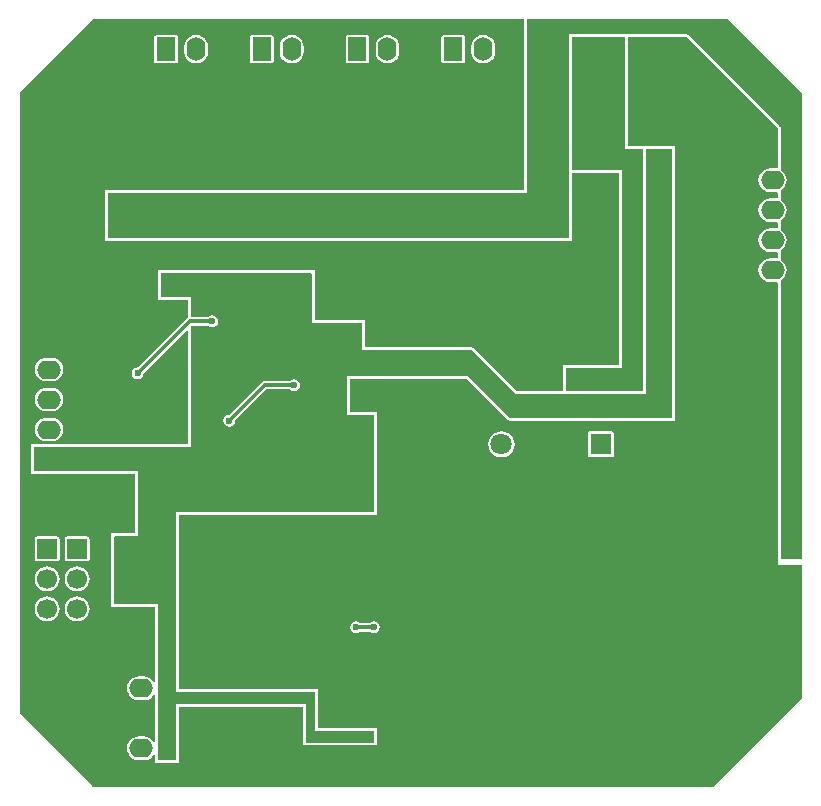
<source format=gbl>
G04 Layer_Physical_Order=2*
G04 Layer_Color=16711680*
%FSLAX44Y44*%
%MOMM*%
G71*
G01*
G75*
%ADD28C,0.3000*%
%ADD31C,1.8000*%
%ADD32R,1.8000X1.8000*%
G04:AMPARAMS|DCode=33|XSize=2mm|YSize=1.2mm|CornerRadius=0.3mm|HoleSize=0mm|Usage=FLASHONLY|Rotation=90.000|XOffset=0mm|YOffset=0mm|HoleType=Round|Shape=RoundedRectangle|*
%AMROUNDEDRECTD33*
21,1,2.0000,0.6000,0,0,90.0*
21,1,1.4000,1.2000,0,0,90.0*
1,1,0.6000,0.3000,0.7000*
1,1,0.6000,0.3000,-0.7000*
1,1,0.6000,-0.3000,-0.7000*
1,1,0.6000,-0.3000,0.7000*
%
%ADD33ROUNDEDRECTD33*%
%ADD34O,2.0000X1.6000*%
%ADD35O,1.6000X2.0000*%
%ADD36R,1.6000X2.0000*%
%ADD37R,1.7000X1.7000*%
%ADD38C,1.7000*%
%ADD39C,0.6000*%
G36*
X187500Y215000D02*
X202500Y215000D01*
Y10000D01*
X137500D01*
Y30000D01*
X185000Y30000D01*
Y197500D01*
X142500D01*
Y310000D01*
X187500Y310000D01*
X187500Y215000D01*
D02*
G37*
G36*
X102500Y180000D02*
X-252500D01*
X-252500Y137500D01*
X142500D01*
Y195000D01*
X182500D01*
Y32500D01*
X135000D01*
Y10000D01*
X95884D01*
X59442Y46442D01*
X58780Y46884D01*
X58000Y47039D01*
X57961D01*
X57500Y47500D01*
X-32500D01*
Y70000D01*
X-75000D01*
Y107042D01*
X-74973Y109069D01*
X-74974Y109075D01*
X-74973Y109082D01*
X-75000Y109224D01*
Y112500D01*
X-207500D01*
Y87500D01*
X-182500D01*
Y72207D01*
X-183523Y71523D01*
X-224957Y30089D01*
X-225000Y30098D01*
X-226951Y29710D01*
X-228605Y28605D01*
X-229710Y26951D01*
X-230098Y25000D01*
X-229710Y23049D01*
X-228605Y21395D01*
X-226951Y20290D01*
X-225000Y19902D01*
X-223049Y20290D01*
X-221395Y21395D01*
X-220290Y23049D01*
X-219902Y25000D01*
X-219911Y25043D01*
X-183673Y61280D01*
X-182500Y60794D01*
Y-35000D01*
X-315000D01*
Y-60000D01*
X-227500Y-60000D01*
X-227500Y-110000D01*
X-247500D01*
Y-172500D01*
X-210000D01*
X-210000Y-236292D01*
X-211265Y-236557D01*
X-212868Y-234468D01*
X-214957Y-232865D01*
X-217390Y-231857D01*
X-220000Y-231514D01*
X-224000D01*
X-226611Y-231857D01*
X-229043Y-232865D01*
X-231132Y-234468D01*
X-232735Y-236557D01*
X-233743Y-238990D01*
X-234086Y-241600D01*
X-233743Y-244210D01*
X-232735Y-246643D01*
X-231132Y-248732D01*
X-229043Y-250335D01*
X-226611Y-251343D01*
X-224000Y-251686D01*
X-220000D01*
X-217390Y-251343D01*
X-214957Y-250335D01*
X-212868Y-248732D01*
X-211265Y-246643D01*
X-210000Y-246908D01*
X-210000Y-287092D01*
X-211265Y-287357D01*
X-212868Y-285268D01*
X-214957Y-283665D01*
X-217390Y-282657D01*
X-220000Y-282314D01*
X-224000D01*
X-226611Y-282657D01*
X-229043Y-283665D01*
X-231132Y-285268D01*
X-232735Y-287357D01*
X-233743Y-289790D01*
X-234086Y-292400D01*
X-233743Y-295011D01*
X-232735Y-297443D01*
X-231132Y-299532D01*
X-229043Y-301135D01*
X-226611Y-302143D01*
X-224000Y-302486D01*
X-220000D01*
X-217390Y-302143D01*
X-214957Y-301135D01*
X-212868Y-299532D01*
X-211265Y-297443D01*
X-210000Y-297708D01*
Y-305000D01*
X-190000D01*
Y-257500D01*
X-85000D01*
Y-290000D01*
X-25000Y-290000D01*
X-22500Y-290000D01*
Y-275000D01*
X-72500D01*
Y-242500D01*
X-190000D01*
Y-95000D01*
X-22500D01*
X-22500Y-7500D01*
X-45000D01*
X-45000Y20000D01*
X54116D01*
X88058Y-13942D01*
X88720Y-14384D01*
X89500Y-14539D01*
X89539D01*
X90000Y-15000D01*
X230000D01*
Y217500D01*
X190000D01*
Y310000D01*
X240000D01*
X317500Y232500D01*
Y199573D01*
X316230Y198559D01*
X314500Y198786D01*
X310500D01*
X307889Y198443D01*
X305457Y197435D01*
X303368Y195832D01*
X301765Y193743D01*
X300757Y191311D01*
X300414Y188700D01*
X300757Y186089D01*
X301765Y183657D01*
X303368Y181568D01*
X305457Y179965D01*
X307889Y178957D01*
X310500Y178614D01*
X314500D01*
X316230Y178841D01*
X317500Y177827D01*
Y174172D01*
X316230Y173158D01*
X314500Y173386D01*
X310500D01*
X307889Y173043D01*
X305457Y172035D01*
X303368Y170432D01*
X301765Y168343D01*
X300757Y165910D01*
X300414Y163300D01*
X300757Y160690D01*
X301765Y158257D01*
X303368Y156168D01*
X305457Y154565D01*
X307889Y153557D01*
X310500Y153214D01*
X314500D01*
X316230Y153441D01*
X317500Y152427D01*
Y148772D01*
X316230Y147759D01*
X314500Y147986D01*
X310500D01*
X307889Y147643D01*
X305457Y146635D01*
X303368Y145032D01*
X301765Y142943D01*
X300757Y140511D01*
X300414Y137900D01*
X300757Y135289D01*
X301765Y132857D01*
X303368Y130768D01*
X305457Y129165D01*
X307889Y128157D01*
X310500Y127814D01*
X314500D01*
X316230Y128041D01*
X317500Y127027D01*
Y123372D01*
X316230Y122359D01*
X314500Y122586D01*
X310500D01*
X307889Y122243D01*
X305457Y121235D01*
X303368Y119632D01*
X301765Y117543D01*
X300757Y115111D01*
X300414Y112500D01*
X300757Y109889D01*
X301765Y107457D01*
X303368Y105368D01*
X305457Y103765D01*
X307889Y102757D01*
X310500Y102414D01*
X314500D01*
X316230Y102641D01*
X317500Y101627D01*
Y-137500D01*
X337500D01*
X337500Y-250000D01*
X262500Y-325000D01*
X-262500Y-325000D01*
X-325000Y-262500D01*
X-325000Y262500D01*
X-262500Y325000D01*
X102500Y325000D01*
X102500Y180000D01*
D02*
G37*
G36*
X275000Y325000D02*
X337500Y262500D01*
X337500Y-132500D01*
X320000Y-132500D01*
X320000Y104115D01*
X321632Y105368D01*
X323235Y107457D01*
X324243Y109889D01*
X324586Y112500D01*
X324243Y115111D01*
X323235Y117543D01*
X321632Y119632D01*
X320000Y120884D01*
Y129515D01*
X321632Y130768D01*
X323235Y132857D01*
X324243Y135289D01*
X324586Y137900D01*
X324243Y140511D01*
X323235Y142943D01*
X321632Y145032D01*
X320000Y146284D01*
Y154916D01*
X321632Y156168D01*
X323235Y158257D01*
X324243Y160690D01*
X324586Y163300D01*
X324243Y165910D01*
X323235Y168343D01*
X321632Y170432D01*
X320000Y171684D01*
Y180315D01*
X321632Y181568D01*
X323235Y183657D01*
X324243Y186089D01*
X324586Y188700D01*
X324243Y191311D01*
X323235Y193743D01*
X321632Y195832D01*
X320000Y197084D01*
Y232500D01*
X319425Y233075D01*
X319384Y233280D01*
X318942Y233942D01*
X318942Y233942D01*
X241442Y311442D01*
X240780Y311884D01*
X240575Y311925D01*
X240000Y312500D01*
X140000Y312500D01*
X140000Y140000D01*
X-250000Y140000D01*
X-250000Y177500D01*
X105000Y177500D01*
X105000Y325000D01*
X275000Y325000D01*
D02*
G37*
G36*
X227500Y-12500D02*
X89500Y-12500D01*
X54500Y22500D01*
X-25000Y22500D01*
X-25000Y22500D01*
X-47500D01*
Y-10000D01*
X-25000D01*
Y-92500D01*
X-192500Y-92500D01*
X-192500Y-245000D01*
X-75000Y-245000D01*
X-75000Y-277500D01*
X-25000D01*
X-25000Y-287500D01*
X-82500D01*
Y-255000D01*
X-192500D01*
X-192500Y-302500D01*
X-206616Y-302500D01*
X-207514Y-301602D01*
X-207492Y-170000D01*
X-245000Y-170000D01*
X-245000Y-113398D01*
X-244102Y-112500D01*
X-225000Y-112500D01*
X-225000Y-57500D01*
X-312500Y-57500D01*
Y-37500D01*
X-180000Y-37500D01*
X-180000Y64953D01*
X-179522Y65431D01*
X-165629D01*
X-165605Y65395D01*
X-163951Y64290D01*
X-162000Y63902D01*
X-160049Y64290D01*
X-158395Y65395D01*
X-157290Y67049D01*
X-156902Y69000D01*
X-157290Y70951D01*
X-158395Y72605D01*
X-160049Y73710D01*
X-162000Y74098D01*
X-163951Y73710D01*
X-165605Y72605D01*
X-165629Y72569D01*
X-180000D01*
Y90000D01*
X-205000Y90000D01*
X-205000Y110000D01*
X-77904Y110000D01*
X-77012Y109096D01*
X-77567Y67500D01*
X-35000D01*
X-35000Y45000D01*
X58000Y45000D01*
X95500Y7500D01*
X205000Y7500D01*
X205000Y215000D01*
X227500Y215000D01*
X227500Y-12500D01*
D02*
G37*
%LPC*%
G36*
X-267800Y-113061D02*
X-284800D01*
X-285580Y-113216D01*
X-286242Y-113658D01*
X-286684Y-114320D01*
X-286839Y-115100D01*
Y-132100D01*
X-286684Y-132880D01*
X-286242Y-133542D01*
X-285580Y-133984D01*
X-284800Y-134139D01*
X-267800D01*
X-267020Y-133984D01*
X-266358Y-133542D01*
X-265916Y-132880D01*
X-265761Y-132100D01*
Y-115100D01*
X-265916Y-114320D01*
X-266358Y-113658D01*
X-267020Y-113216D01*
X-267800Y-113061D01*
D02*
G37*
G36*
X-293200D02*
X-310200D01*
X-310980Y-113216D01*
X-311642Y-113658D01*
X-312084Y-114320D01*
X-312239Y-115100D01*
Y-132100D01*
X-312084Y-132880D01*
X-311642Y-133542D01*
X-310980Y-133984D01*
X-310200Y-134139D01*
X-293200D01*
X-292420Y-133984D01*
X-291758Y-133542D01*
X-291316Y-132880D01*
X-291161Y-132100D01*
Y-115100D01*
X-291316Y-114320D01*
X-291758Y-113658D01*
X-292420Y-113216D01*
X-293200Y-113061D01*
D02*
G37*
G36*
X-111900Y311539D02*
X-127900D01*
X-128680Y311384D01*
X-129342Y310942D01*
X-129784Y310280D01*
X-129939Y309500D01*
Y289500D01*
X-129784Y288720D01*
X-129342Y288058D01*
X-128680Y287616D01*
X-127900Y287461D01*
X-111900D01*
X-111120Y287616D01*
X-110458Y288058D01*
X-110016Y288720D01*
X-109861Y289500D01*
Y309500D01*
X-110016Y310280D01*
X-110458Y310942D01*
X-111120Y311384D01*
X-111900Y311539D01*
D02*
G37*
G36*
X176000Y-23961D02*
X158000D01*
X157220Y-24116D01*
X156558Y-24558D01*
X156116Y-25220D01*
X155961Y-26000D01*
Y-44000D01*
X156116Y-44780D01*
X156558Y-45442D01*
X157220Y-45884D01*
X158000Y-46039D01*
X176000D01*
X176780Y-45884D01*
X177442Y-45442D01*
X177884Y-44780D01*
X178039Y-44000D01*
Y-26000D01*
X177884Y-25220D01*
X177442Y-24558D01*
X176780Y-24116D01*
X176000Y-23961D01*
D02*
G37*
G36*
X83000Y-23905D02*
X80128Y-24283D01*
X77453Y-25391D01*
X75155Y-27155D01*
X73391Y-29453D01*
X72283Y-32128D01*
X71905Y-35000D01*
X72283Y-37872D01*
X73391Y-40547D01*
X75155Y-42845D01*
X77453Y-44608D01*
X80128Y-45717D01*
X83000Y-46095D01*
X85872Y-45717D01*
X88547Y-44608D01*
X90845Y-42845D01*
X92608Y-40547D01*
X93717Y-37872D01*
X94095Y-35000D01*
X93717Y-32128D01*
X92608Y-29453D01*
X90845Y-27155D01*
X88547Y-25391D01*
X85872Y-24283D01*
X83000Y-23905D01*
D02*
G37*
G36*
X-301700Y-163809D02*
X-304441Y-164170D01*
X-306995Y-165228D01*
X-309189Y-166911D01*
X-310872Y-169105D01*
X-311930Y-171659D01*
X-312291Y-174400D01*
X-311930Y-177141D01*
X-310872Y-179695D01*
X-309189Y-181889D01*
X-306995Y-183572D01*
X-304441Y-184630D01*
X-301700Y-184991D01*
X-298959Y-184630D01*
X-296405Y-183572D01*
X-294211Y-181889D01*
X-292528Y-179695D01*
X-291470Y-177141D01*
X-291109Y-174400D01*
X-291470Y-171659D01*
X-292528Y-169105D01*
X-294211Y-166911D01*
X-296405Y-165228D01*
X-298959Y-164170D01*
X-301700Y-163809D01*
D02*
G37*
G36*
X-40000Y-184902D02*
X-41951Y-185290D01*
X-43605Y-186395D01*
X-44710Y-188049D01*
X-45098Y-190000D01*
X-44710Y-191950D01*
X-43605Y-193604D01*
X-41951Y-194709D01*
X-40000Y-195098D01*
X-38049Y-194709D01*
X-36395Y-193604D01*
X-36371Y-193569D01*
X-28629D01*
X-28605Y-193605D01*
X-26951Y-194710D01*
X-25000Y-195098D01*
X-23049Y-194710D01*
X-21395Y-193605D01*
X-20290Y-191951D01*
X-19902Y-190000D01*
X-20290Y-188049D01*
X-21395Y-186395D01*
X-23049Y-185290D01*
X-25000Y-184902D01*
X-26951Y-185290D01*
X-28605Y-186395D01*
X-28629Y-186432D01*
X-36371D01*
X-36395Y-186395D01*
X-38049Y-185290D01*
X-40000Y-184902D01*
D02*
G37*
G36*
X-276300Y-163809D02*
X-279041Y-164170D01*
X-281595Y-165228D01*
X-283789Y-166911D01*
X-285472Y-169105D01*
X-286530Y-171659D01*
X-286891Y-174400D01*
X-286530Y-177141D01*
X-285472Y-179695D01*
X-283789Y-181889D01*
X-281595Y-183572D01*
X-279041Y-184630D01*
X-276300Y-184991D01*
X-273559Y-184630D01*
X-271005Y-183572D01*
X-268811Y-181889D01*
X-267128Y-179695D01*
X-266070Y-177141D01*
X-265709Y-174400D01*
X-266070Y-171659D01*
X-267128Y-169105D01*
X-268811Y-166911D01*
X-271005Y-165228D01*
X-273559Y-164170D01*
X-276300Y-163809D01*
D02*
G37*
G36*
Y-138409D02*
X-279041Y-138770D01*
X-281595Y-139828D01*
X-283789Y-141511D01*
X-285472Y-143705D01*
X-286530Y-146259D01*
X-286891Y-149000D01*
X-286530Y-151741D01*
X-285472Y-154295D01*
X-283789Y-156489D01*
X-281595Y-158172D01*
X-279041Y-159230D01*
X-276300Y-159591D01*
X-273559Y-159230D01*
X-271005Y-158172D01*
X-268811Y-156489D01*
X-267128Y-154295D01*
X-266070Y-151741D01*
X-265709Y-149000D01*
X-266070Y-146259D01*
X-267128Y-143705D01*
X-268811Y-141511D01*
X-271005Y-139828D01*
X-273559Y-138770D01*
X-276300Y-138409D01*
D02*
G37*
G36*
X-301700D02*
X-304441Y-138770D01*
X-306995Y-139828D01*
X-309189Y-141511D01*
X-310872Y-143705D01*
X-311930Y-146259D01*
X-312291Y-149000D01*
X-311930Y-151741D01*
X-310872Y-154295D01*
X-309189Y-156489D01*
X-306995Y-158172D01*
X-304441Y-159230D01*
X-301700Y-159591D01*
X-298959Y-159230D01*
X-296405Y-158172D01*
X-294211Y-156489D01*
X-292528Y-154295D01*
X-291470Y-151741D01*
X-291109Y-149000D01*
X-291470Y-146259D01*
X-292528Y-143705D01*
X-294211Y-141511D01*
X-296405Y-139828D01*
X-298959Y-138770D01*
X-301700Y-138409D01*
D02*
G37*
G36*
X-298000Y-12414D02*
X-302000D01*
X-304611Y-12757D01*
X-307043Y-13765D01*
X-309132Y-15368D01*
X-310735Y-17457D01*
X-311743Y-19890D01*
X-312086Y-22500D01*
X-311743Y-25110D01*
X-310735Y-27543D01*
X-309132Y-29632D01*
X-307043Y-31235D01*
X-304611Y-32243D01*
X-302000Y-32586D01*
X-298000D01*
X-295389Y-32243D01*
X-292957Y-31235D01*
X-290868Y-29632D01*
X-289265Y-27543D01*
X-288257Y-25110D01*
X-287914Y-22500D01*
X-288257Y-19890D01*
X-289265Y-17457D01*
X-290868Y-15368D01*
X-292957Y-13765D01*
X-295389Y-12757D01*
X-298000Y-12414D01*
D02*
G37*
G36*
X-175500Y311586D02*
X-178111Y311243D01*
X-180543Y310235D01*
X-182632Y308632D01*
X-184235Y306543D01*
X-185243Y304111D01*
X-185586Y301500D01*
Y297500D01*
X-185243Y294890D01*
X-184235Y292457D01*
X-182632Y290368D01*
X-180543Y288765D01*
X-178111Y287757D01*
X-175500Y287414D01*
X-172889Y287757D01*
X-170457Y288765D01*
X-168368Y290368D01*
X-166765Y292457D01*
X-165757Y294890D01*
X-165414Y297500D01*
Y301500D01*
X-165757Y304111D01*
X-166765Y306543D01*
X-168368Y308632D01*
X-170457Y310235D01*
X-172889Y311243D01*
X-175500Y311586D01*
D02*
G37*
G36*
X-192900Y311539D02*
X-208900D01*
X-209680Y311384D01*
X-210342Y310942D01*
X-210784Y310280D01*
X-210939Y309500D01*
Y289500D01*
X-210784Y288720D01*
X-210342Y288058D01*
X-209680Y287616D01*
X-208900Y287461D01*
X-192900D01*
X-192120Y287616D01*
X-191458Y288058D01*
X-191016Y288720D01*
X-190861Y289500D01*
Y309500D01*
X-191016Y310280D01*
X-191458Y310942D01*
X-192120Y311384D01*
X-192900Y311539D01*
D02*
G37*
G36*
X-13500Y311586D02*
X-16111Y311243D01*
X-18543Y310235D01*
X-20632Y308632D01*
X-22235Y306543D01*
X-23243Y304111D01*
X-23586Y301500D01*
Y297500D01*
X-23243Y294890D01*
X-22235Y292457D01*
X-20632Y290368D01*
X-18543Y288765D01*
X-16111Y287757D01*
X-13500Y287414D01*
X-10890Y287757D01*
X-8457Y288765D01*
X-6368Y290368D01*
X-4765Y292457D01*
X-3757Y294890D01*
X-3414Y297500D01*
Y301500D01*
X-3757Y304111D01*
X-4765Y306543D01*
X-6368Y308632D01*
X-8457Y310235D01*
X-10890Y311243D01*
X-13500Y311586D01*
D02*
G37*
G36*
X-94500Y311586D02*
X-97111Y311243D01*
X-99543Y310235D01*
X-101632Y308632D01*
X-103235Y306543D01*
X-104243Y304111D01*
X-104586Y301500D01*
Y297500D01*
X-104243Y294890D01*
X-103235Y292457D01*
X-101632Y290368D01*
X-99543Y288765D01*
X-97111Y287757D01*
X-94500Y287414D01*
X-91889Y287757D01*
X-89457Y288765D01*
X-87368Y290368D01*
X-85765Y292457D01*
X-84757Y294890D01*
X-84414Y297500D01*
Y301500D01*
X-84757Y304111D01*
X-85765Y306543D01*
X-87368Y308632D01*
X-89457Y310235D01*
X-91889Y311243D01*
X-94500Y311586D01*
D02*
G37*
G36*
X67600Y311586D02*
X64990Y311243D01*
X62557Y310235D01*
X60468Y308632D01*
X58865Y306543D01*
X57857Y304111D01*
X57514Y301500D01*
Y297500D01*
X57857Y294890D01*
X58865Y292457D01*
X60468Y290368D01*
X62557Y288765D01*
X64990Y287757D01*
X67600Y287414D01*
X70210Y287757D01*
X72643Y288765D01*
X74732Y290368D01*
X76335Y292457D01*
X77343Y294890D01*
X77686Y297500D01*
Y301500D01*
X77343Y304111D01*
X76335Y306543D01*
X74732Y308632D01*
X72643Y310235D01*
X70210Y311243D01*
X67600Y311586D01*
D02*
G37*
G36*
X50200Y311539D02*
X34200D01*
X33420Y311384D01*
X32758Y310942D01*
X32316Y310280D01*
X32161Y309500D01*
Y289500D01*
X32316Y288720D01*
X32758Y288058D01*
X33420Y287616D01*
X34200Y287461D01*
X50200D01*
X50980Y287616D01*
X51642Y288058D01*
X52084Y288720D01*
X52239Y289500D01*
Y309500D01*
X52084Y310280D01*
X51642Y310942D01*
X50980Y311384D01*
X50200Y311539D01*
D02*
G37*
G36*
X-298000Y12986D02*
X-302000D01*
X-304611Y12643D01*
X-307043Y11635D01*
X-309132Y10032D01*
X-310735Y7943D01*
X-311743Y5511D01*
X-312086Y2900D01*
X-311743Y290D01*
X-310735Y-2143D01*
X-309132Y-4232D01*
X-307043Y-5835D01*
X-304611Y-6843D01*
X-302000Y-7186D01*
X-298000D01*
X-295389Y-6843D01*
X-292957Y-5835D01*
X-290868Y-4232D01*
X-289265Y-2143D01*
X-288257Y290D01*
X-287914Y2900D01*
X-288257Y5511D01*
X-289265Y7943D01*
X-290868Y10032D01*
X-292957Y11635D01*
X-295389Y12643D01*
X-298000Y12986D01*
D02*
G37*
G36*
X-30900Y311539D02*
X-46900D01*
X-47680Y311384D01*
X-48342Y310942D01*
X-48784Y310280D01*
X-48939Y309500D01*
Y289500D01*
X-48784Y288720D01*
X-48342Y288058D01*
X-47680Y287616D01*
X-46900Y287461D01*
X-30900D01*
X-30120Y287616D01*
X-29458Y288058D01*
X-29016Y288720D01*
X-28861Y289500D01*
Y309500D01*
X-29016Y310280D01*
X-29458Y310942D01*
X-30120Y311384D01*
X-30900Y311539D01*
D02*
G37*
G36*
X-298000Y38386D02*
X-302000D01*
X-304611Y38043D01*
X-307043Y37035D01*
X-309132Y35432D01*
X-310735Y33343D01*
X-311743Y30910D01*
X-312086Y28300D01*
X-311743Y25689D01*
X-310735Y23257D01*
X-309132Y21168D01*
X-307043Y19565D01*
X-304611Y18557D01*
X-302000Y18214D01*
X-298000D01*
X-295389Y18557D01*
X-292957Y19565D01*
X-290868Y21168D01*
X-289265Y23257D01*
X-288257Y25689D01*
X-287914Y28300D01*
X-288257Y30910D01*
X-289265Y33343D01*
X-290868Y35432D01*
X-292957Y37035D01*
X-295389Y38043D01*
X-298000Y38386D01*
D02*
G37*
G36*
X-92500Y20098D02*
X-94451Y19710D01*
X-96105Y18605D01*
X-96129Y18569D01*
X-117500D01*
X-118866Y18297D01*
X-120023Y17523D01*
X-147457Y-9911D01*
X-147500Y-9902D01*
X-149451Y-10290D01*
X-151105Y-11395D01*
X-152210Y-13049D01*
X-152598Y-15000D01*
X-152210Y-16951D01*
X-151105Y-18605D01*
X-149451Y-19710D01*
X-147500Y-20098D01*
X-145549Y-19710D01*
X-143895Y-18605D01*
X-142790Y-16951D01*
X-142402Y-15000D01*
X-142411Y-14957D01*
X-116022Y11431D01*
X-96129D01*
X-96105Y11395D01*
X-94451Y10290D01*
X-92500Y9902D01*
X-90549Y10290D01*
X-88895Y11395D01*
X-87790Y13049D01*
X-87402Y15000D01*
X-87790Y16951D01*
X-88895Y18605D01*
X-90549Y19710D01*
X-92500Y20098D01*
D02*
G37*
%LPD*%
D28*
X-147500Y-15000D02*
X-117500Y15000D01*
X-92500D01*
X-39999Y-190000D02*
X-25000D01*
X-40000Y-190000D02*
X-39999Y-190000D01*
X-181000Y69000D02*
X-162000D01*
X-225000Y25000D02*
X-181000Y69000D01*
D31*
X83000Y-35000D02*
D03*
D32*
X167000D02*
D03*
D33*
X21500Y-265000D02*
D03*
X87500D02*
D03*
D34*
X312500Y112500D02*
D03*
Y137900D02*
D03*
Y163300D02*
D03*
Y188700D02*
D03*
X-222000Y-292400D02*
D03*
Y-267000D02*
D03*
Y-241600D02*
D03*
X-300000Y-73300D02*
D03*
Y-47900D02*
D03*
Y-22500D02*
D03*
Y2900D02*
D03*
Y28300D02*
D03*
D35*
X-69100Y299500D02*
D03*
X-94500D02*
D03*
X93000Y299500D02*
D03*
X67600D02*
D03*
X-150100D02*
D03*
X-175500D02*
D03*
X11900D02*
D03*
X-13500D02*
D03*
X227400Y300000D02*
D03*
X202000D02*
D03*
X176600D02*
D03*
X151200D02*
D03*
D36*
X-119900Y299500D02*
D03*
X42200Y299500D02*
D03*
X-200900D02*
D03*
X-38900D02*
D03*
D37*
X-301700Y-123600D02*
D03*
X-276300D02*
D03*
D38*
X-301700Y-149000D02*
D03*
X-276300D02*
D03*
Y-174400D02*
D03*
X-301700D02*
D03*
D39*
X-265000Y-277500D02*
D03*
X-247500Y237500D02*
D03*
X-153000Y-157000D02*
D03*
X-233000Y-135000D02*
D03*
X-245000Y-217000D02*
D03*
X-285000Y-216000D02*
D03*
X-239000Y-163000D02*
D03*
X-232000Y-86000D02*
D03*
X215000Y205000D02*
D03*
Y170000D02*
D03*
Y102500D02*
D03*
Y137500D02*
D03*
X157500Y17500D02*
D03*
X112500Y30000D02*
D03*
X-97500Y-280000D02*
D03*
Y-290000D02*
D03*
X-120000Y-250000D02*
D03*
X285000Y5000D02*
D03*
X-227500Y-42500D02*
D03*
Y-25000D02*
D03*
X-217500Y-87500D02*
D03*
X-72500Y-112500D02*
D03*
X12500Y-25000D02*
D03*
X20000Y65000D02*
D03*
Y40000D02*
D03*
X-55000Y52500D02*
D03*
Y92500D02*
D03*
X-40000Y7500D02*
D03*
X-7500Y65000D02*
D03*
X50000Y10000D02*
D03*
X50000Y-167500D02*
D03*
X175000Y110000D02*
D03*
X110000Y132500D02*
D03*
X-147500Y-15000D02*
D03*
X-92500Y15000D02*
D03*
X-200000Y-257500D02*
D03*
Y-295000D02*
D03*
X-52500Y-262500D02*
D03*
X-40000Y-190000D02*
D03*
X-25000Y-190000D02*
D03*
X-162000Y69000D02*
D03*
X-225000Y25000D02*
D03*
X42000Y-287000D02*
D03*
X66000Y-288000D02*
D03*
X1000Y-240000D02*
D03*
X111500Y-240500D02*
D03*
X67500Y-219000D02*
D03*
X-18000Y-44000D02*
D03*
X-46000Y-45000D02*
D03*
X115000Y-75000D02*
D03*
X-30000Y-282500D02*
D03*
X-120000Y-237500D02*
D03*
X-95000Y-262500D02*
D03*
X-242500Y155000D02*
D03*
X-70000Y-80000D02*
D03*
X-185000Y97500D02*
D03*
X-5000Y37500D02*
D03*
X330000Y-117500D02*
D03*
X-190000Y75000D02*
D03*
X65000Y25000D02*
D03*
X117500Y-190000D02*
D03*
M02*

</source>
